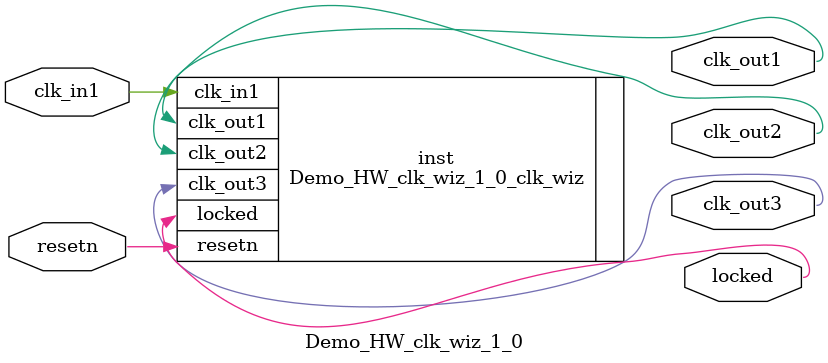
<source format=v>


`timescale 1ps/1ps

(* CORE_GENERATION_INFO = "Demo_HW_clk_wiz_1_0,clk_wiz_v6_0_2_0_0,{component_name=Demo_HW_clk_wiz_1_0,use_phase_alignment=true,use_min_o_jitter=false,use_max_i_jitter=false,use_dyn_phase_shift=false,use_inclk_switchover=false,use_dyn_reconfig=false,enable_axi=0,feedback_source=FDBK_AUTO,PRIMITIVE=MMCM,num_out_clk=3,clkin1_period=10.000,clkin2_period=10.000,use_power_down=false,use_reset=true,use_locked=true,use_inclk_stopped=false,feedback_type=SINGLE,CLOCK_MGR_TYPE=NA,manual_override=false}" *)

module Demo_HW_clk_wiz_1_0 
 (
  // Clock out ports
  output        clk_out1,
  output        clk_out2,
  output        clk_out3,
  // Status and control signals
  input         resetn,
  output        locked,
 // Clock in ports
  input         clk_in1
 );

  Demo_HW_clk_wiz_1_0_clk_wiz inst
  (
  // Clock out ports  
  .clk_out1(clk_out1),
  .clk_out2(clk_out2),
  .clk_out3(clk_out3),
  // Status and control signals               
  .resetn(resetn), 
  .locked(locked),
 // Clock in ports
  .clk_in1(clk_in1)
  );

endmodule

</source>
